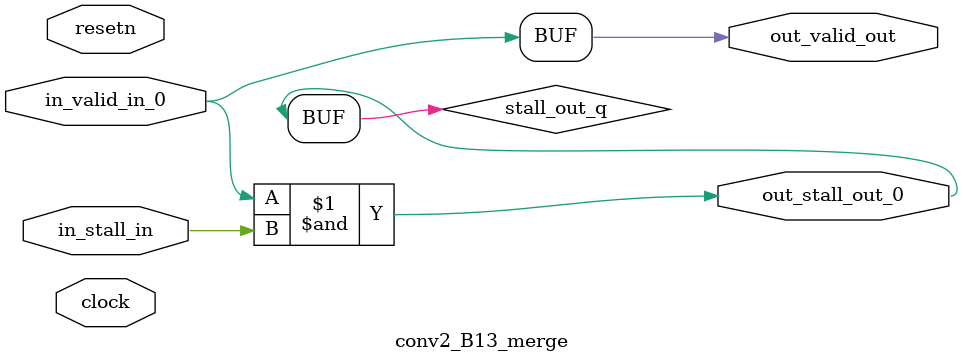
<source format=sv>



(* altera_attribute = "-name AUTO_SHIFT_REGISTER_RECOGNITION OFF; -name MESSAGE_DISABLE 10036; -name MESSAGE_DISABLE 10037; -name MESSAGE_DISABLE 14130; -name MESSAGE_DISABLE 14320; -name MESSAGE_DISABLE 15400; -name MESSAGE_DISABLE 14130; -name MESSAGE_DISABLE 10036; -name MESSAGE_DISABLE 12020; -name MESSAGE_DISABLE 12030; -name MESSAGE_DISABLE 12010; -name MESSAGE_DISABLE 12110; -name MESSAGE_DISABLE 14320; -name MESSAGE_DISABLE 13410; -name MESSAGE_DISABLE 113007; -name MESSAGE_DISABLE 10958" *)
module conv2_B13_merge (
    input wire [0:0] in_stall_in,
    input wire [0:0] in_valid_in_0,
    output wire [0:0] out_stall_out_0,
    output wire [0:0] out_valid_out,
    input wire clock,
    input wire resetn
    );

    wire [0:0] stall_out_q;


    // stall_out(LOGICAL,6)
    assign stall_out_q = in_valid_in_0 & in_stall_in;

    // out_stall_out_0(GPOUT,4)
    assign out_stall_out_0 = stall_out_q;

    // out_valid_out(GPOUT,5)
    assign out_valid_out = in_valid_in_0;

endmodule

</source>
